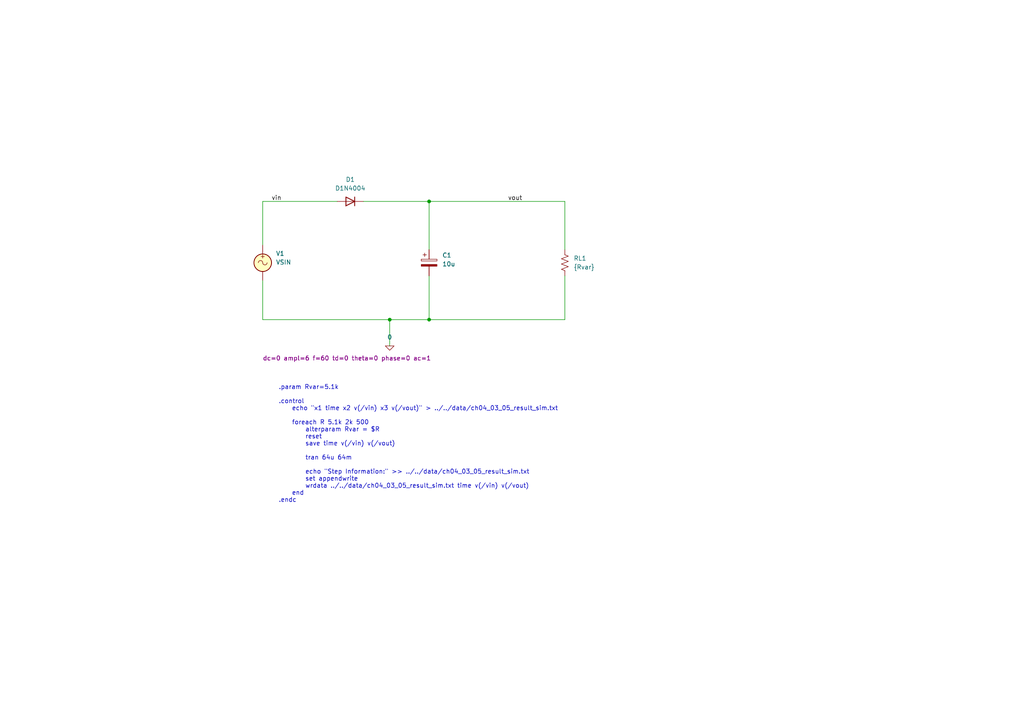
<source format=kicad_sch>
(kicad_sch (version 20250114) (generator "eeschema") (generator_version "9.0")
  (paper "A4")
  (lib_symbols
    (symbol "Device:C_Polarized" (pin_numbers (hide yes)) (pin_names (offset 0.254))
      (property "Reference" "C" (at 0.635 2.54 0))
      (property "Value" "C_Polarized" (at 0.635 -2.54 0))
      (symbol "C_Polarized_0_1"
        (rectangle (start -2.286 0.508) (end 2.286 1.016))
        (polyline (pts (xy -1.778 2.286) (xy -0.762 2.286)))
        (polyline (pts (xy -1.27 2.794) (xy -1.27 1.778)))
        (rectangle (start 2.286 -0.508) (end -2.286 -1.016) (fill (type outline)))
      )
      (symbol "C_Polarized_1_1"
        (pin passive line (at 0 3.81 270) (length 2.794) (name "~") (number "1"))
        (pin passive line (at 0 -3.81 90) (length 2.794) (name "~") (number "2"))
      )
    )
    (symbol "Device:D" (pin_numbers (hide yes)) (pin_names (offset 1.016) (hide yes))
      (property "Reference" "D" (at 0 2.54 0))
      (property "Value" "D" (at 0 -2.54 0))
      (symbol "D_0_1"
        (polyline (pts (xy -1.27 1.27) (xy -1.27 -1.27)) (stroke (width 0.254)))
        (polyline (pts (xy 1.27 1.27) (xy 1.27 -1.27) (xy -1.27 0) (xy 1.27 1.27)) (stroke (width 0.254)))
        (polyline (pts (xy 1.27 0) (xy -1.27 0)))
      )
      (symbol "D_1_1"
        (pin passive line (at -3.81 0 0) (length 2.54) (name "K") (number "1"))
        (pin passive line (at 3.81 0 180) (length 2.54) (name "A") (number "2"))
      )
    )
    (symbol "Device:R_US" (pin_numbers (hide yes)) (pin_names (offset 0))
      (property "Reference" "R" (at 2.54 0 90))
      (property "Value" "R_US" (at -2.54 0 90))
      (symbol "R_US_0_1"
        (polyline (pts (xy 0 2.286) (xy 0 2.54)))
        (polyline (pts (xy 0 2.286) (xy 1.016 1.905) (xy 0 1.524) (xy -1.016 1.143) (xy 0 0.762)))
        (polyline (pts (xy 0 0.762) (xy 1.016 0.381) (xy 0 0) (xy -1.016 -0.381) (xy 0 -0.762)))
        (polyline (pts (xy 0 -0.762) (xy 1.016 -1.143) (xy 0 -1.524) (xy -1.016 -1.905) (xy 0 -2.286)))
        (polyline (pts (xy 0 -2.286) (xy 0 -2.54)))
      )
      (symbol "R_US_1_1"
        (pin passive line (at 0 3.81 270) (length 1.27) (name "~") (number "1"))
        (pin passive line (at 0 -3.81 90) (length 1.27) (name "~") (number "2"))
      )
    )
    (symbol "Simulation_SPICE:0" (power) (pin_numbers (hide yes)) (pin_names (offset 0) (hide yes))
      (property "Value" "0" (at 0 -2.54 0))
      (symbol "0_0_1"
        (polyline (pts (xy -1.27 0) (xy 0 -1.27) (xy 1.27 0) (xy -1.27 0)))
      )
      (symbol "0_1_1"
        (pin power_in line (at 0 0 0) (length 0) (name "~") (number "1"))
      )
    )
    (symbol "Simulation_SPICE:VSIN" (pin_numbers (hide yes)) (pin_names (offset 0.0254))
      (property "Reference" "V" (at 2.54 2.54 0))
      (property "Value" "VSIN" (at 2.54 0 0))
      (property "Sim.Params" "dc=0 ampl=1 f=1k ac=1" (at 2.54 -2.54 0))
      (symbol "VSIN_0_0"
        (arc (start -1.27 0) (mid -0.635 0.6323) (end 0 0))
        (arc (start 1.27 0) (mid 0.635 -0.6323) (end 0 0))
        (text "+" (at 0 1.905 0) (effects (font (size 1.27 1.27))))
      )
      (symbol "VSIN_0_1"
        (circle (center 0 0) (radius 2.54) (stroke (width 0.254)) (fill (type background)))
      )
      (symbol "VSIN_1_1"
        (pin passive line (at 0 5.08 270) (length 2.54) (name "~") (number "1"))
        (pin passive line (at 0 -5.08 90) (length 2.54) (name "~") (number "2"))
      )
    )
  )
  (text ".param Rvar=5.1k\n\n.control\n    echo \"x1 time x2 v(/vin) x3 v(/vout)\" > ../../data/ch04_03_05_result_sim.txt\n\n    foreach R 5.1k 2k 500\n        alterparam Rvar = $R\n        reset\n        save time v(/vin) v(/vout)\n\n        tran 64u 64m\n\n        echo \"Step Information:\" >> ../../data/ch04_03_05_result_sim.txt\n        set appendwrite\n        wrdata ../../data/ch04_03_05_result_sim.txt time v(/vin) v(/vout)\n    end\n.endc" (at 80.772 128.778 0) (effects (font (size 1.27 1.27)) (justify left)))
  (junction (at 124.46 58.42))
  (junction (at 113.03 92.71))
  (junction (at 124.46 92.71))
  (wire (pts (xy 163.83 58.42) (xy 163.83 72.39)))
  (wire (pts (xy 124.46 58.42) (xy 163.83 58.42)))
  (wire (pts (xy 124.46 58.42) (xy 124.46 72.39)))
  (wire (pts (xy 76.2 58.42) (xy 97.79 58.42)))
  (wire (pts (xy 113.03 92.71) (xy 113.03 100.33)))
  (wire (pts (xy 124.46 80.01) (xy 124.46 92.71)))
  (wire (pts (xy 124.46 92.71) (xy 113.03 92.71)))
  (wire (pts (xy 163.83 80.01) (xy 163.83 92.71)))
  (wire (pts (xy 113.03 92.71) (xy 76.2 92.71)))
  (wire (pts (xy 76.2 71.12) (xy 76.2 58.42)))
  (wire (pts (xy 163.83 92.71) (xy 124.46 92.71)))
  (wire (pts (xy 76.2 92.71) (xy 76.2 81.28)))
  (wire (pts (xy 105.41 58.42) (xy 124.46 58.42)))
  (label "vout" (at 147.32 58.42 0))
  (label "vin" (at 78.74 58.42 0))
  (symbol (lib_id "Device:R_US") (at 163.83 76.2 0) (unit 1)
    (property "Reference" "RL1" (at 166.37 74.9299 0) (effects (justify left)))
    (property "Value" "{Rvar}" (at 166.37 77.4699 0) (effects (justify left)))
    (property "Description" "Resistor, US symbol" (effects (hide yes)))
  )
  (symbol (lib_id "Device:C_Polarized") (at 124.46 76.2 0) (unit 1)
    (property "Reference" "C1" (at 128.27 74.0409 0) (effects (justify left)))
    (property "Value" "10u" (at 128.27 76.5809 0) (effects (justify left)))
    (property "Description" "Polarized capacitor" (effects (hide yes)))
  )
  (symbol (lib_id "Device:D") (at 101.6 58.42 180) (unit 1)
    (property "Reference" "D1" (at 101.6 52.07 0))
    (property "Value" "D1N4004" (at 101.6 54.61 0))
    (property "Description" "Diode" (effects (hide yes)))
    (property "Sim.Device" "D" (effects (hide yes)))
    (property "Sim.Pins" "1=K 2=A" (effects (hide yes)))
    (property "Sim.Library" "1N4004RL.LIB" (effects (hide yes)))
    (property "Sim.Name" "D1n4004rl" (effects (hide yes)))
  )
  (symbol (lib_id "Simulation_SPICE:VSIN") (at 76.2 76.2 0) (unit 1)
    (property "Reference" "V1" (at 80.01 73.5301 0) (effects (justify left)))
    (property "Value" "VSIN" (at 80.01 76.0701 0) (effects (justify left)))
    (property "Datasheet" "https://ngspice.sourceforge.io/docs/ngspice-html-manual/manual.xhtml#sec_Independent_Sources_for" (effects (hide yes)))
    (property "Description" "Voltage source, sinusoidal" (effects (hide yes)))
    (property "Sim.Pins" "1=+ 2=-" (effects (hide yes)))
    (property "Sim.Params" "dc=0 ampl=6 f=60 td=0 theta=0 phase=0 ac=1" (at 76.2 103.886 0) (effects (justify left)))
    (property "Sim.Type" "SIN" (effects (hide yes)))
    (property "Sim.Device" "V" (effects (hide yes)))
  )
  (symbol (lib_id "Simulation_SPICE:0") (at 113.03 100.33 0) (unit 1)
    (property "Reference" "#GND01" (effects (hide yes)))
    (property "Value" "0" (at 113.03 97.79 0))
    (property "Datasheet" "https://ngspice.sourceforge.io/docs/ngspice-html-manual/manual.xhtml#subsec_Circuit_elements__device" (effects (hide yes)))
    (property "Description" "0V reference potential for simulation" (effects (hide yes)))
  )
)
</source>
